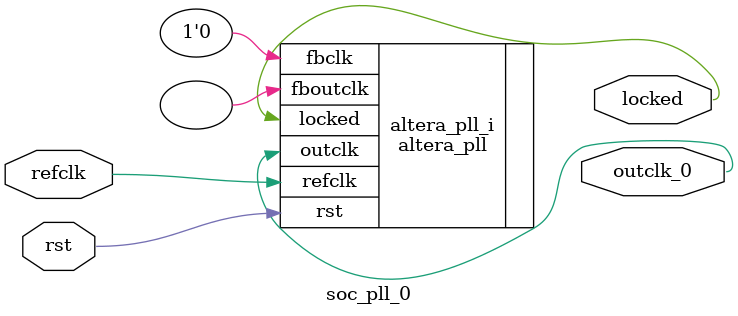
<source format=v>
`timescale 1ns/10ps
module  soc_pll_0(

	// interface 'refclk'
	input wire refclk,

	// interface 'reset'
	input wire rst,

	// interface 'outclk0'
	output wire outclk_0,

	// interface 'locked'
	output wire locked
);

	altera_pll #(
		.fractional_vco_multiplier("false"),
		.reference_clock_frequency("25.0 MHz"),
		.operation_mode("direct"),
		.number_of_clocks(1),
		.output_clock_frequency0("100.000000 MHz"),
		.phase_shift0("0 ps"),
		.duty_cycle0(50),
		.output_clock_frequency1("0 MHz"),
		.phase_shift1("0 ps"),
		.duty_cycle1(50),
		.output_clock_frequency2("0 MHz"),
		.phase_shift2("0 ps"),
		.duty_cycle2(50),
		.output_clock_frequency3("0 MHz"),
		.phase_shift3("0 ps"),
		.duty_cycle3(50),
		.output_clock_frequency4("0 MHz"),
		.phase_shift4("0 ps"),
		.duty_cycle4(50),
		.output_clock_frequency5("0 MHz"),
		.phase_shift5("0 ps"),
		.duty_cycle5(50),
		.output_clock_frequency6("0 MHz"),
		.phase_shift6("0 ps"),
		.duty_cycle6(50),
		.output_clock_frequency7("0 MHz"),
		.phase_shift7("0 ps"),
		.duty_cycle7(50),
		.output_clock_frequency8("0 MHz"),
		.phase_shift8("0 ps"),
		.duty_cycle8(50),
		.output_clock_frequency9("0 MHz"),
		.phase_shift9("0 ps"),
		.duty_cycle9(50),
		.output_clock_frequency10("0 MHz"),
		.phase_shift10("0 ps"),
		.duty_cycle10(50),
		.output_clock_frequency11("0 MHz"),
		.phase_shift11("0 ps"),
		.duty_cycle11(50),
		.output_clock_frequency12("0 MHz"),
		.phase_shift12("0 ps"),
		.duty_cycle12(50),
		.output_clock_frequency13("0 MHz"),
		.phase_shift13("0 ps"),
		.duty_cycle13(50),
		.output_clock_frequency14("0 MHz"),
		.phase_shift14("0 ps"),
		.duty_cycle14(50),
		.output_clock_frequency15("0 MHz"),
		.phase_shift15("0 ps"),
		.duty_cycle15(50),
		.output_clock_frequency16("0 MHz"),
		.phase_shift16("0 ps"),
		.duty_cycle16(50),
		.output_clock_frequency17("0 MHz"),
		.phase_shift17("0 ps"),
		.duty_cycle17(50),
		.pll_type("General"),
		.pll_subtype("General")
	) altera_pll_i (
		.rst	(rst),
		.outclk	({outclk_0}),
		.locked	(locked),
		.fboutclk	( ),
		.fbclk	(1'b0),
		.refclk	(refclk)
	);
endmodule


</source>
